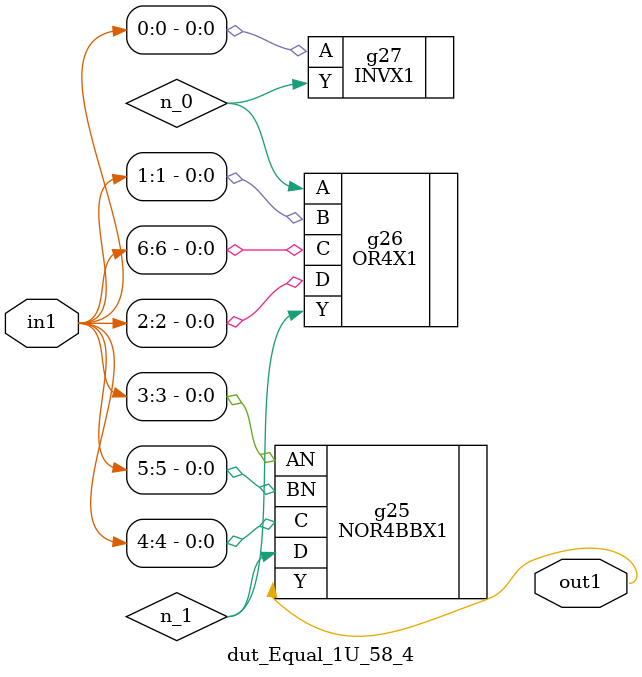
<source format=v>
`timescale 1ps / 1ps


module dut_Equal_1U_58_4(in1, out1);
  input [6:0] in1;
  output out1;
  wire [6:0] in1;
  wire out1;
  wire n_0, n_1;
  NOR4BBX1 g25(.AN (in1[3]), .BN (in1[5]), .C (in1[4]), .D (n_1), .Y
       (out1));
  OR4X1 g26(.A (n_0), .B (in1[1]), .C (in1[6]), .D (in1[2]), .Y (n_1));
  INVX1 g27(.A (in1[0]), .Y (n_0));
endmodule



</source>
